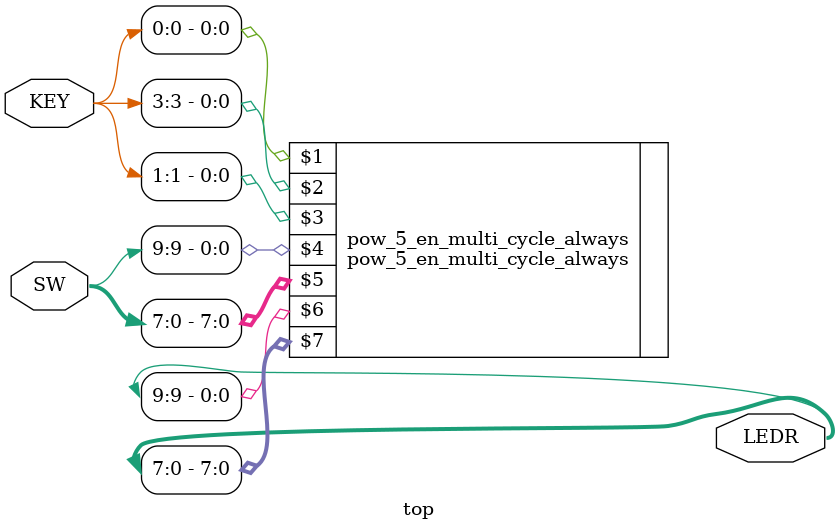
<source format=v>

module top (SW, KEY, LEDR);

	 input wire [9:0] SW;        // DE-series switches
    input wire [3:0] KEY;       // DE-series pushbuttons
	 
	 output wire [9:0] LEDR;     // DE-series LEDs   

    pow_5_en_multi_cycle_always pow_5_en_multi_cycle_always (KEY[0], KEY[3], KEY[1], SW[9], SW[7:0], LEDR[9], LEDR[7:0]);

endmodule


</source>
